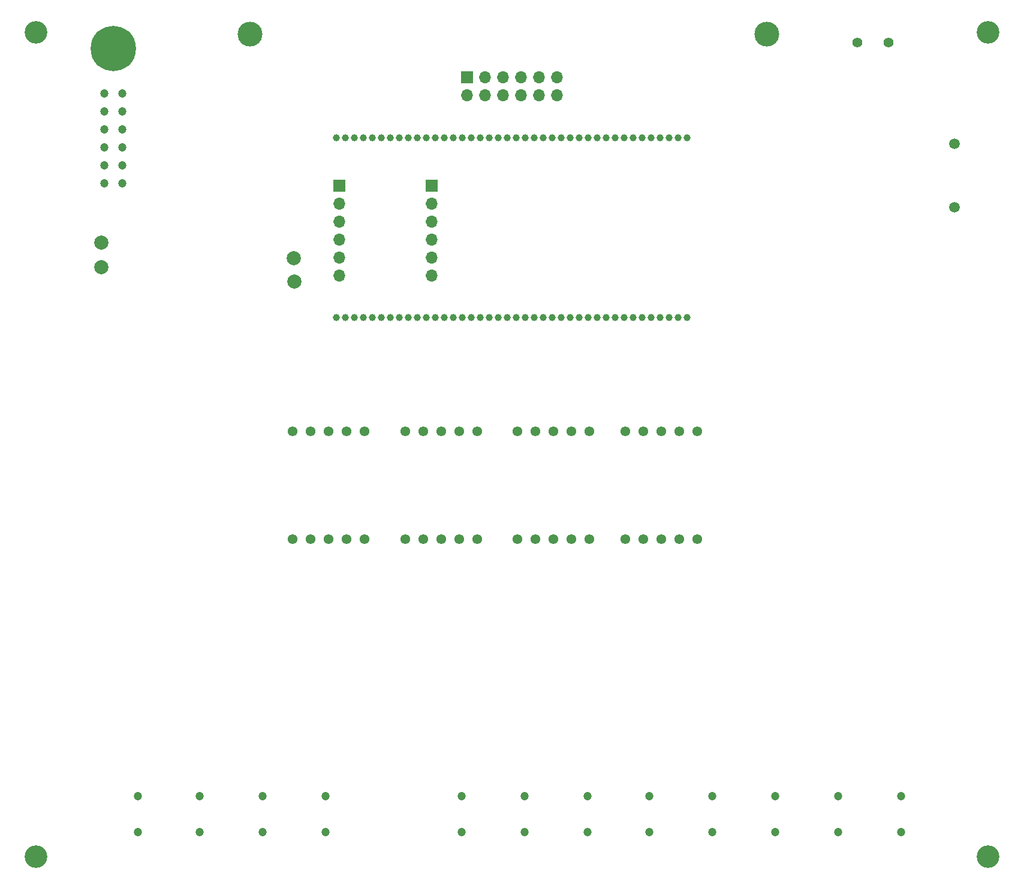
<source format=gbs>
G04 #@! TF.GenerationSoftware,KiCad,Pcbnew,(6.0.6)*
G04 #@! TF.CreationDate,2022-07-18T22:41:36+09:00*
G04 #@! TF.ProjectId,mifune_TE0890_local_board,6d696675-6e65-45f5-9445-303839305f6c,0.1*
G04 #@! TF.SameCoordinates,Original*
G04 #@! TF.FileFunction,Soldermask,Bot*
G04 #@! TF.FilePolarity,Negative*
%FSLAX46Y46*%
G04 Gerber Fmt 4.6, Leading zero omitted, Abs format (unit mm)*
G04 Created by KiCad (PCBNEW (6.0.6)) date 2022-07-18 22:41:36*
%MOMM*%
%LPD*%
G01*
G04 APERTURE LIST*
%ADD10C,1.200000*%
%ADD11C,2.000000*%
%ADD12C,1.000000*%
%ADD13C,3.500000*%
%ADD14C,1.500000*%
%ADD15C,1.400000*%
%ADD16C,6.400000*%
%ADD17R,1.700000X1.700000*%
%ADD18O,1.700000X1.700000*%
%ADD19C,1.381000*%
%ADD20C,3.200000*%
G04 APERTURE END LIST*
D10*
X120419200Y-141732000D03*
X120419200Y-146812000D03*
D11*
X43000000Y-63500000D03*
D12*
X76235000Y-74100000D03*
X77505000Y-74100000D03*
X78775000Y-74100000D03*
X80045000Y-74100000D03*
X81315000Y-74100000D03*
X82585000Y-74100000D03*
X83855000Y-74100000D03*
X85125000Y-74100000D03*
X86395000Y-74100000D03*
X87665000Y-74100000D03*
X88935000Y-74100000D03*
X90205000Y-74100000D03*
X91475000Y-74100000D03*
X92745000Y-74100000D03*
X94015000Y-74100000D03*
X95285000Y-74100000D03*
X96555000Y-74100000D03*
X97825000Y-74100000D03*
X99095000Y-74100000D03*
X100365000Y-74100000D03*
X101635000Y-74100000D03*
X102905000Y-74100000D03*
X104175000Y-74100000D03*
X105445000Y-74100000D03*
X106715000Y-74100000D03*
X107985000Y-74100000D03*
X109255000Y-74100000D03*
X110525000Y-74100000D03*
X111795000Y-74100000D03*
X113065000Y-74100000D03*
X114335000Y-74100000D03*
X115605000Y-74100000D03*
X116875000Y-74100000D03*
X118145000Y-74100000D03*
X119415000Y-74100000D03*
X120685000Y-74100000D03*
X121955000Y-74100000D03*
X123225000Y-74100000D03*
X124495000Y-74100000D03*
X125765000Y-74100000D03*
X125765000Y-48700000D03*
X124495000Y-48700000D03*
X123225000Y-48700000D03*
X121955000Y-48700000D03*
X120685000Y-48700000D03*
X119415000Y-48700000D03*
X118145000Y-48700000D03*
X116875000Y-48700000D03*
X115605000Y-48700000D03*
X114335000Y-48700000D03*
X113065000Y-48700000D03*
X111795000Y-48700000D03*
X110525000Y-48700000D03*
X109255000Y-48700000D03*
X107985000Y-48700000D03*
X106715000Y-48700000D03*
X105445000Y-48700000D03*
X104175000Y-48700000D03*
X102905000Y-48700000D03*
X101635000Y-48700000D03*
X100365000Y-48700000D03*
X99095000Y-48700000D03*
X97825000Y-48700000D03*
X96555000Y-48700000D03*
X95285000Y-48700000D03*
X94015000Y-48700000D03*
X92745000Y-48700000D03*
X91475000Y-48700000D03*
X90205000Y-48700000D03*
X88935000Y-48700000D03*
X87665000Y-48700000D03*
X86395000Y-48700000D03*
X85125000Y-48700000D03*
X83855000Y-48700000D03*
X82585000Y-48700000D03*
X81315000Y-48700000D03*
X80045000Y-48700000D03*
X78775000Y-48700000D03*
X77505000Y-48700000D03*
X76235000Y-48700000D03*
D10*
X129309200Y-141732000D03*
X129309200Y-146812000D03*
D13*
X64000000Y-34000000D03*
D10*
X56919200Y-141732000D03*
X56919200Y-146812000D03*
X93929200Y-141732000D03*
X93929200Y-146812000D03*
D14*
X163499999Y-49499987D03*
D15*
X154193600Y-35200000D03*
X149793600Y-35200000D03*
D10*
X46020000Y-42400000D03*
X43480000Y-42400000D03*
X46020000Y-44940000D03*
X43480000Y-44940000D03*
X46020000Y-47480000D03*
X43480000Y-47480000D03*
X46020000Y-50020000D03*
X43480000Y-50020000D03*
X46020000Y-52560000D03*
X43480000Y-52560000D03*
X46020000Y-55100000D03*
X43480000Y-55100000D03*
D16*
X44750000Y-36050000D03*
D17*
X89670000Y-55420000D03*
D18*
X89670000Y-57960000D03*
X89670000Y-60500000D03*
X89670000Y-63040000D03*
X89670000Y-65580000D03*
X89670000Y-68120000D03*
D19*
X70027800Y-105368600D03*
X72567800Y-105368600D03*
X75107800Y-105368600D03*
X77647800Y-105368600D03*
X80187800Y-105368600D03*
X80187800Y-90128600D03*
X77647800Y-90128600D03*
X75107800Y-90128600D03*
X72567800Y-90128600D03*
X70027800Y-90128600D03*
D10*
X102819200Y-141732000D03*
X102819200Y-146812000D03*
X111709200Y-141732000D03*
X111709200Y-146812000D03*
D20*
X33750000Y-33750000D03*
D10*
X65809200Y-141732000D03*
X65809200Y-146812000D03*
D17*
X76590000Y-55420000D03*
D18*
X76590000Y-57960000D03*
X76590000Y-60500000D03*
X76590000Y-63040000D03*
X76590000Y-65580000D03*
X76590000Y-68120000D03*
D20*
X33750000Y-150250000D03*
D19*
X85902800Y-105368600D03*
X88442800Y-105368600D03*
X90982800Y-105368600D03*
X93522800Y-105368600D03*
X96062800Y-105368600D03*
X96062800Y-90128600D03*
X93522800Y-90128600D03*
X90982800Y-90128600D03*
X88442800Y-90128600D03*
X85902800Y-90128600D03*
D11*
X43000000Y-67000000D03*
D13*
X137000000Y-34000000D03*
D19*
X101777800Y-105368600D03*
X104317800Y-105368600D03*
X106857800Y-105368600D03*
X109397800Y-105368600D03*
X111937800Y-105368600D03*
X111937800Y-90128600D03*
X109397800Y-90128600D03*
X106857800Y-90128600D03*
X104317800Y-90128600D03*
X101777800Y-90128600D03*
D10*
X138199200Y-141732000D03*
X138199200Y-146812000D03*
X155979200Y-141732000D03*
X155979200Y-146812000D03*
D20*
X168250000Y-150250000D03*
D10*
X74699200Y-141732000D03*
X74699200Y-146812000D03*
D17*
X94675000Y-40110000D03*
D18*
X94675000Y-42650000D03*
X97215000Y-40110000D03*
X97215000Y-42650000D03*
X99755000Y-40110000D03*
X99755000Y-42650000D03*
X102295000Y-40110000D03*
X102295000Y-42650000D03*
X104835000Y-40110000D03*
X104835000Y-42650000D03*
X107375000Y-40110000D03*
X107375000Y-42650000D03*
D10*
X147089200Y-141732000D03*
X147089200Y-146812000D03*
D11*
X70220000Y-65670000D03*
D20*
X168250000Y-33750000D03*
D19*
X117017800Y-105368600D03*
X119557800Y-105368600D03*
X122097800Y-105368600D03*
X124637800Y-105368600D03*
X127177800Y-105368600D03*
X127177800Y-90128600D03*
X124637800Y-90128600D03*
X122097800Y-90128600D03*
X119557800Y-90128600D03*
X117017800Y-90128600D03*
D11*
X70270000Y-69020000D03*
D14*
X163499999Y-58499987D03*
D10*
X48209200Y-141732000D03*
X48209200Y-146812000D03*
M02*

</source>
